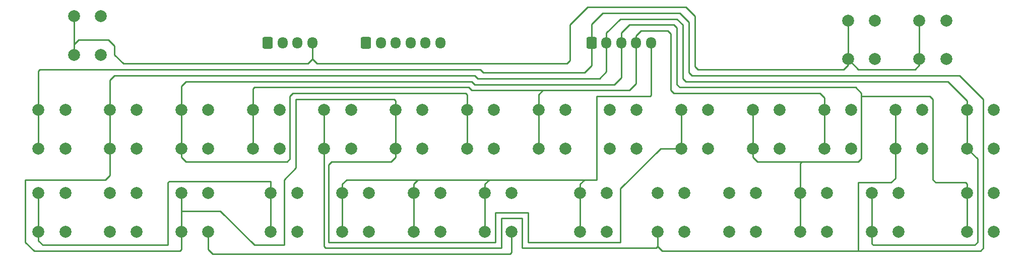
<source format=gbr>
%TF.GenerationSoftware,KiCad,Pcbnew,(6.0.8)*%
%TF.CreationDate,2022-12-29T22:24:49+02:00*%
%TF.ProjectId,mahjong_control_panel_small_with_service,6d61686a-6f6e-4675-9f63-6f6e74726f6c,rev?*%
%TF.SameCoordinates,Original*%
%TF.FileFunction,Copper,L2,Bot*%
%TF.FilePolarity,Positive*%
%FSLAX46Y46*%
G04 Gerber Fmt 4.6, Leading zero omitted, Abs format (unit mm)*
G04 Created by KiCad (PCBNEW (6.0.8)) date 2022-12-29 22:24:49*
%MOMM*%
%LPD*%
G01*
G04 APERTURE LIST*
G04 Aperture macros list*
%AMRoundRect*
0 Rectangle with rounded corners*
0 $1 Rounding radius*
0 $2 $3 $4 $5 $6 $7 $8 $9 X,Y pos of 4 corners*
0 Add a 4 corners polygon primitive as box body*
4,1,4,$2,$3,$4,$5,$6,$7,$8,$9,$2,$3,0*
0 Add four circle primitives for the rounded corners*
1,1,$1+$1,$2,$3*
1,1,$1+$1,$4,$5*
1,1,$1+$1,$6,$7*
1,1,$1+$1,$8,$9*
0 Add four rect primitives between the rounded corners*
20,1,$1+$1,$2,$3,$4,$5,0*
20,1,$1+$1,$4,$5,$6,$7,0*
20,1,$1+$1,$6,$7,$8,$9,0*
20,1,$1+$1,$8,$9,$2,$3,0*%
G04 Aperture macros list end*
%TA.AperFunction,ComponentPad*%
%ADD10C,2.000000*%
%TD*%
%TA.AperFunction,ComponentPad*%
%ADD11RoundRect,0.250000X-0.600000X-0.725000X0.600000X-0.725000X0.600000X0.725000X-0.600000X0.725000X0*%
%TD*%
%TA.AperFunction,ComponentPad*%
%ADD12O,1.700000X1.950000*%
%TD*%
%TA.AperFunction,Conductor*%
%ADD13C,0.250000*%
%TD*%
G04 APERTURE END LIST*
D10*
%TO.P,LAST,1,C*%
%TO.N,COM4-7*%
X118750000Y-63250000D03*
X118750000Y-56750000D03*
%TO.P,LAST,2,D*%
%TO.N,KEY0-4*%
X123250000Y-56750000D03*
X123250000Y-63250000D03*
%TD*%
%TO.P,G,1,C*%
%TO.N,COM2-6*%
X99750000Y-42750000D03*
X99750000Y-49250000D03*
%TO.P,G,2,D*%
%TO.N,KEY1-5*%
X104250000Y-42750000D03*
X104250000Y-49250000D03*
%TD*%
%TO.P,WUP,1,C*%
%TO.N,COM4-7*%
X78750000Y-63250000D03*
X78750000Y-56750000D03*
%TO.P,WUP,2,D*%
%TO.N,KEY2-8*%
X83250000Y-56750000D03*
X83250000Y-63250000D03*
%TD*%
%TO.P,RON,1,C*%
%TO.N,COM2-6*%
X183750000Y-63250000D03*
X183750000Y-56750000D03*
%TO.P,RON,2,D*%
%TO.N,KEY4-11*%
X188250000Y-56750000D03*
X188250000Y-63250000D03*
%TD*%
%TO.P,A,1,C*%
%TO.N,COM0-3*%
X27750000Y-49250000D03*
X27750000Y-42750000D03*
%TO.P,A,2,D*%
%TO.N,KEY0-4*%
X32250000Y-49250000D03*
X32250000Y-42750000D03*
%TD*%
%TO.P,BIG,1,C*%
%TO.N,COM4-7*%
X90750000Y-56750000D03*
X90750000Y-63250000D03*
%TO.P,BIG,2,D*%
%TO.N,KEY4-11*%
X95250000Y-63250000D03*
X95250000Y-56750000D03*
%TD*%
%TO.P,H,1,C*%
%TO.N,COM3-10*%
X111750000Y-49250000D03*
X111750000Y-42750000D03*
%TO.P,H,2,D*%
%TO.N,KEY1-5*%
X116250000Y-42750000D03*
X116250000Y-49250000D03*
%TD*%
%TO.P,F.F.,1,C*%
%TO.N,COM4-7*%
X27750000Y-56750000D03*
X27750000Y-63250000D03*
%TO.P,F.F.,2,D*%
%TO.N,KEY3-9*%
X32250000Y-56750000D03*
X32250000Y-63250000D03*
%TD*%
D11*
%TO.P,J_3,1,Pin_1*%
%TO.N,Coin*%
X66250000Y-31475000D03*
D12*
%TO.P,J_3,2,Pin_2*%
%TO.N,Test*%
X68750000Y-31475000D03*
%TO.P,J_3,3,Pin_3*%
%TO.N,Service*%
X71250000Y-31475000D03*
%TO.P,J_3,4,Pin_4*%
%TO.N,GND*%
X73750000Y-31475000D03*
%TD*%
D10*
%TO.P,M,1,C*%
%TO.N,COM0-3*%
X171750000Y-42750000D03*
X171750000Y-49250000D03*
%TO.P,M,2,D*%
%TO.N,KEY3-9*%
X176250000Y-42750000D03*
X176250000Y-49250000D03*
%TD*%
%TO.P,TEST,1,C*%
%TO.N,GND*%
X163750000Y-34250000D03*
X163750000Y-27750000D03*
%TO.P,TEST,2,D*%
%TO.N,Test*%
X168250000Y-27750000D03*
X168250000Y-34250000D03*
%TD*%
%TO.P,SERVICE,1,C*%
%TO.N,GND*%
X175750000Y-34250000D03*
X175750000Y-27750000D03*
%TO.P,SERVICE,2,D*%
%TO.N,Service*%
X180250000Y-27750000D03*
X180250000Y-34250000D03*
%TD*%
%TO.P,CHI,1,C*%
%TO.N,COM2-6*%
X155750000Y-63250000D03*
X155750000Y-56750000D03*
%TO.P,CHI,2,D*%
%TO.N,KEY3-9*%
X160250000Y-63250000D03*
X160250000Y-56750000D03*
%TD*%
%TO.P,D,1,C*%
%TO.N,COM3-10*%
X63750000Y-49250000D03*
X63750000Y-42750000D03*
%TO.P,D,2,D*%
%TO.N,KEY0-4*%
X68250000Y-49250000D03*
X68250000Y-42750000D03*
%TD*%
%TO.P,K,1,C*%
%TO.N,COM2-6*%
X147750000Y-49250000D03*
X147750000Y-42750000D03*
%TO.P,K,2,D*%
%TO.N,KEY2-8*%
X152250000Y-49250000D03*
X152250000Y-42750000D03*
%TD*%
%TO.P,B,1,C*%
%TO.N,COM1-2*%
X39750000Y-49250000D03*
X39750000Y-42750000D03*
%TO.P,B,2,D*%
%TO.N,KEY0-4*%
X44250000Y-49250000D03*
X44250000Y-42750000D03*
%TD*%
%TO.P,N,1,C*%
%TO.N,COM1-2*%
X183750000Y-42750000D03*
X183750000Y-49250000D03*
%TO.P,N,2,D*%
%TO.N,KEY3-9*%
X188250000Y-42750000D03*
X188250000Y-49250000D03*
%TD*%
%TO.P,SMALL,1,C*%
%TO.N,COM4-7*%
X102750000Y-56750000D03*
X102750000Y-63250000D03*
%TO.P,SMALL,2,D*%
%TO.N,KEY5-1*%
X107250000Y-56750000D03*
X107250000Y-63250000D03*
%TD*%
%TO.P,START,1,C*%
%TO.N,COM0-3*%
X39750000Y-56750000D03*
X39750000Y-63250000D03*
%TO.P,START,2,D*%
%TO.N,KEY5-1*%
X44250000Y-63250000D03*
X44250000Y-56750000D03*
%TD*%
%TO.P,PON,1,C*%
%TO.N,COM3-10*%
X143750000Y-63250000D03*
X143750000Y-56750000D03*
%TO.P,PON,2,D*%
%TO.N,KEY3-9*%
X148250000Y-63250000D03*
X148250000Y-56750000D03*
%TD*%
D11*
%TO.P,KEY,1,Pin_1*%
%TO.N,KEY0-4*%
X82750000Y-31475000D03*
D12*
%TO.P,KEY,2,Pin_2*%
%TO.N,KEY1-5*%
X85250000Y-31475000D03*
%TO.P,KEY,3,Pin_3*%
%TO.N,KEY2-8*%
X87750000Y-31475000D03*
%TO.P,KEY,4,Pin_4*%
%TO.N,KEY3-9*%
X90250000Y-31475000D03*
%TO.P,KEY,5,Pin_5*%
%TO.N,KEY4-11*%
X92750000Y-31475000D03*
%TO.P,KEY,6,Pin_6*%
%TO.N,KEY5-1*%
X95250000Y-31475000D03*
%TD*%
D10*
%TO.P,TAKE,1,C*%
%TO.N,COM4-7*%
X66750000Y-63250000D03*
X66750000Y-56750000D03*
%TO.P,TAKE,2,D*%
%TO.N,KEY1-5*%
X71250000Y-63250000D03*
X71250000Y-56750000D03*
%TD*%
%TO.P,I,1,C*%
%TO.N,COM0-3*%
X123750000Y-42750000D03*
X123750000Y-49250000D03*
%TO.P,I,2,D*%
%TO.N,KEY2-8*%
X128250000Y-49250000D03*
X128250000Y-42750000D03*
%TD*%
%TO.P,COIN,1,C*%
%TO.N,GND*%
X33750000Y-33500000D03*
X33750000Y-27000000D03*
%TO.P,COIN,2,D*%
%TO.N,Coin*%
X38250000Y-27000000D03*
X38250000Y-33500000D03*
%TD*%
D11*
%TO.P,COM,1,Pin_1*%
%TO.N,COM0-3*%
X120650000Y-31500000D03*
D12*
%TO.P,COM,2,Pin_2*%
%TO.N,COM1-2*%
X123150000Y-31500000D03*
%TO.P,COM,3,Pin_3*%
%TO.N,COM2-6*%
X125650000Y-31500000D03*
%TO.P,COM,4,Pin_4*%
%TO.N,COM3-10*%
X128150000Y-31500000D03*
%TO.P,COM,5,Pin_5*%
%TO.N,COM4-7*%
X130650000Y-31500000D03*
%TD*%
D10*
%TO.P,BET,1,C*%
%TO.N,COM1-2*%
X51750000Y-63250000D03*
X51750000Y-56750000D03*
%TO.P,BET,2,D*%
%TO.N,KEY5-1*%
X56250000Y-63250000D03*
X56250000Y-56750000D03*
%TD*%
%TO.P,C,1,C*%
%TO.N,COM2-6*%
X51750000Y-42750000D03*
X51750000Y-49250000D03*
%TO.P,C,2,D*%
%TO.N,KEY0-4*%
X56250000Y-42750000D03*
X56250000Y-49250000D03*
%TD*%
%TO.P,F,1,C*%
%TO.N,COM1-2*%
X87750000Y-49250000D03*
X87750000Y-42750000D03*
%TO.P,F,2,D*%
%TO.N,KEY1-5*%
X92250000Y-49250000D03*
X92250000Y-42750000D03*
%TD*%
%TO.P,E,1,C*%
%TO.N,COM0-3*%
X75750000Y-42750000D03*
X75750000Y-49250000D03*
%TO.P,E,2,D*%
%TO.N,KEY1-5*%
X80250000Y-42750000D03*
X80250000Y-49250000D03*
%TD*%
%TO.P,J,1,C*%
%TO.N,COM1-2*%
X135750000Y-42750000D03*
X135750000Y-49250000D03*
%TO.P,J,2,D*%
%TO.N,KEY2-8*%
X140250000Y-42750000D03*
X140250000Y-49250000D03*
%TD*%
%TO.P,KAN,1,C*%
%TO.N,COM0-3*%
X131750000Y-56750000D03*
X131750000Y-63250000D03*
%TO.P,KAN,2,D*%
%TO.N,KEY4-11*%
X136250000Y-63250000D03*
X136250000Y-56750000D03*
%TD*%
%TO.P,RIICHI,1,C*%
%TO.N,COM1-2*%
X167750000Y-63250000D03*
X167750000Y-56750000D03*
%TO.P,RIICHI,2,D*%
%TO.N,KEY4-11*%
X172250000Y-63250000D03*
X172250000Y-56750000D03*
%TD*%
%TO.P,L,1,C*%
%TO.N,COM3-10*%
X159750000Y-42750000D03*
X159750000Y-49250000D03*
%TO.P,L,2,D*%
%TO.N,KEY2-8*%
X164250000Y-42750000D03*
X164250000Y-49250000D03*
%TD*%
D13*
%TO.N,GND*%
X73000000Y-35000000D02*
X42000000Y-35000000D01*
X138000000Y-27000000D02*
X138000000Y-35500000D01*
X163750000Y-34250000D02*
X165500000Y-36000000D01*
X73750000Y-33750000D02*
X73750000Y-34250000D01*
X175750000Y-35250000D02*
X175750000Y-34250000D01*
X163750000Y-34250000D02*
X163750000Y-27750000D01*
X175750000Y-34250000D02*
X175750000Y-27750000D01*
X165500000Y-36000000D02*
X175000000Y-36000000D01*
X175000000Y-36000000D02*
X175750000Y-35250000D01*
X116500000Y-35000000D02*
X117000000Y-34500000D01*
X163750000Y-35250000D02*
X163750000Y-34250000D01*
X138000000Y-35500000D02*
X138500000Y-36000000D01*
X39500000Y-31000000D02*
X34500000Y-31000000D01*
X73750000Y-31475000D02*
X73750000Y-33750000D01*
X120000000Y-25500000D02*
X136500000Y-25500000D01*
X33750000Y-31750000D02*
X33750000Y-33500000D01*
X138500000Y-36000000D02*
X163000000Y-36000000D01*
X40500000Y-33500000D02*
X40500000Y-32000000D01*
X73750000Y-34250000D02*
X74500000Y-35000000D01*
X74500000Y-35000000D02*
X116500000Y-35000000D01*
X136500000Y-25500000D02*
X138000000Y-27000000D01*
X40500000Y-32000000D02*
X39500000Y-31000000D01*
X34500000Y-31000000D02*
X33750000Y-31750000D01*
X117000000Y-34500000D02*
X117000000Y-28500000D01*
X42000000Y-35000000D02*
X40500000Y-33500000D01*
X73750000Y-34250000D02*
X73000000Y-35000000D01*
X163000000Y-36000000D02*
X163750000Y-35250000D01*
X33750000Y-33500000D02*
X33750000Y-27000000D01*
X117000000Y-28500000D02*
X120000000Y-25500000D01*
%TO.N,KEY5-1*%
X107000000Y-67000000D02*
X57000000Y-67000000D01*
X57000000Y-67000000D02*
X56250000Y-66250000D01*
X56250000Y-66250000D02*
X56250000Y-63250000D01*
X107250000Y-63250000D02*
X107250000Y-66750000D01*
X107250000Y-66750000D02*
X107000000Y-67000000D01*
%TO.N,COM4-7*%
X66750000Y-63250000D02*
X66750000Y-56750000D01*
X66750000Y-56750000D02*
X66750000Y-54750000D01*
X90750000Y-63250000D02*
X90750000Y-56750000D01*
X118750000Y-56750000D02*
X118750000Y-55250000D01*
X102750000Y-55250000D02*
X103500000Y-54500000D01*
X78750000Y-55250000D02*
X79500000Y-54500000D01*
X49750000Y-54750000D02*
X49500000Y-55000000D01*
X118750000Y-55250000D02*
X119500000Y-54500000D01*
X27750000Y-64750000D02*
X27750000Y-63250000D01*
X121500000Y-54500000D02*
X119500000Y-54500000D01*
X130650000Y-40350000D02*
X130500000Y-40500000D01*
X90750000Y-55250000D02*
X91500000Y-54500000D01*
X90750000Y-56750000D02*
X90750000Y-55250000D01*
X28500000Y-65500000D02*
X27750000Y-64750000D01*
X121500000Y-40500000D02*
X121500000Y-54500000D01*
X78750000Y-56750000D02*
X78750000Y-55250000D01*
X66750000Y-54750000D02*
X49750000Y-54750000D01*
X91500000Y-54500000D02*
X79500000Y-54500000D01*
X103500000Y-54500000D02*
X91500000Y-54500000D01*
X102750000Y-56750000D02*
X102750000Y-55250000D01*
X118750000Y-63250000D02*
X118750000Y-56750000D01*
X49500000Y-55000000D02*
X49500000Y-65500000D01*
X130500000Y-40500000D02*
X121500000Y-40500000D01*
X130650000Y-31500000D02*
X130650000Y-40350000D01*
X78750000Y-63250000D02*
X78750000Y-56750000D01*
X119500000Y-54500000D02*
X103500000Y-54500000D01*
X102750000Y-63250000D02*
X102750000Y-56750000D01*
X49500000Y-65500000D02*
X28500000Y-65500000D01*
X27750000Y-63250000D02*
X27750000Y-56750000D01*
%TO.N,COM3-10*%
X159750000Y-49250000D02*
X159750000Y-42750000D01*
X100000000Y-39000000D02*
X100500000Y-39500000D01*
X111750000Y-49250000D02*
X111750000Y-42750000D01*
X129000000Y-29500000D02*
X128150000Y-30350000D01*
X112500000Y-39500000D02*
X127000000Y-39500000D01*
X63750000Y-39250000D02*
X64000000Y-39000000D01*
X127000000Y-39500000D02*
X128150000Y-38350000D01*
X63750000Y-42750000D02*
X63750000Y-39250000D01*
X100500000Y-39500000D02*
X112500000Y-39500000D01*
X111750000Y-42750000D02*
X111750000Y-40250000D01*
X159750000Y-42750000D02*
X159750000Y-40750000D01*
X63750000Y-42750000D02*
X63750000Y-49250000D01*
X133500000Y-29500000D02*
X129000000Y-29500000D01*
X111750000Y-40250000D02*
X112500000Y-39500000D01*
X159000000Y-40000000D02*
X134500000Y-40000000D01*
X134500000Y-40000000D02*
X134000000Y-39500000D01*
X134000000Y-39500000D02*
X134000000Y-30000000D01*
X64000000Y-39000000D02*
X100000000Y-39000000D01*
X128150000Y-38350000D02*
X128150000Y-31500000D01*
X134000000Y-30000000D02*
X133500000Y-29500000D01*
X128150000Y-30350000D02*
X128150000Y-31500000D01*
X159750000Y-40750000D02*
X159000000Y-40000000D01*
%TO.N,COM2-6*%
X165000000Y-39000000D02*
X135500000Y-39000000D01*
X135500000Y-39000000D02*
X135000000Y-38500000D01*
X147750000Y-42750000D02*
X147750000Y-49250000D01*
X51750000Y-38750000D02*
X52500000Y-38000000D01*
X166000000Y-51000000D02*
X166000000Y-40500000D01*
X124500000Y-38500000D02*
X125650000Y-37350000D01*
X125650000Y-37350000D02*
X125650000Y-31500000D01*
X155750000Y-63250000D02*
X155750000Y-56750000D01*
X147750000Y-50750000D02*
X148500000Y-51500000D01*
X178000000Y-54500000D02*
X178000000Y-41000000D01*
X177500000Y-40500000D02*
X166000000Y-40500000D01*
X99750000Y-40250000D02*
X99500000Y-40000000D01*
X99750000Y-49250000D02*
X99750000Y-42750000D01*
X166000000Y-40500000D02*
X166000000Y-40000000D01*
X70000000Y-40500000D02*
X70000000Y-51000000D01*
X69500000Y-51500000D02*
X52500000Y-51500000D01*
X99500000Y-40000000D02*
X70500000Y-40000000D01*
X147750000Y-49250000D02*
X147750000Y-50750000D01*
X183750000Y-55250000D02*
X183500000Y-55000000D01*
X148500000Y-51500000D02*
X156000000Y-51500000D01*
X178000000Y-41000000D02*
X177500000Y-40500000D01*
X135000000Y-38500000D02*
X135000000Y-29000000D01*
X51750000Y-50750000D02*
X51750000Y-49250000D01*
X70000000Y-51000000D02*
X69500000Y-51500000D01*
X155750000Y-51750000D02*
X156000000Y-51500000D01*
X99750000Y-42750000D02*
X99750000Y-40250000D01*
X51750000Y-42750000D02*
X51750000Y-38750000D01*
X156000000Y-51500000D02*
X165500000Y-51500000D01*
X51750000Y-49250000D02*
X51750000Y-42750000D01*
X70500000Y-40000000D02*
X70000000Y-40500000D01*
X134500000Y-28500000D02*
X127000000Y-28500000D01*
X166000000Y-40000000D02*
X165000000Y-39000000D01*
X183750000Y-63250000D02*
X183750000Y-56750000D01*
X183500000Y-55000000D02*
X178500000Y-55000000D01*
X101000000Y-38500000D02*
X124500000Y-38500000D01*
X125650000Y-29850000D02*
X125650000Y-31500000D01*
X178500000Y-55000000D02*
X178000000Y-54500000D01*
X155750000Y-56750000D02*
X155750000Y-51750000D01*
X165500000Y-51500000D02*
X166000000Y-51000000D01*
X52500000Y-51500000D02*
X51750000Y-50750000D01*
X127000000Y-28500000D02*
X125650000Y-29850000D01*
X135000000Y-29000000D02*
X134500000Y-28500000D01*
X52500000Y-38000000D02*
X100500000Y-38000000D01*
X100500000Y-38000000D02*
X101000000Y-38500000D01*
X183750000Y-56750000D02*
X183750000Y-55250000D01*
%TO.N,COM1-2*%
X123150000Y-36350000D02*
X123150000Y-31500000D01*
X125500000Y-65000000D02*
X110000000Y-65000000D01*
X185500000Y-51000000D02*
X183750000Y-49250000D01*
X25500000Y-65000000D02*
X25500000Y-54500000D01*
X183750000Y-49250000D02*
X183750000Y-42750000D01*
X135750000Y-42750000D02*
X135750000Y-49250000D01*
X104500000Y-65000000D02*
X76500000Y-65000000D01*
X87750000Y-49250000D02*
X87750000Y-42750000D01*
X27000000Y-66500000D02*
X25500000Y-65000000D01*
X101000000Y-37000000D02*
X101500000Y-37500000D01*
X58250000Y-59750000D02*
X51750000Y-59750000D01*
X39750000Y-37750000D02*
X40500000Y-37000000D01*
X183750000Y-42750000D02*
X183750000Y-41250000D01*
X104500000Y-60000000D02*
X104500000Y-65000000D01*
X136500000Y-38000000D02*
X136000000Y-37500000D01*
X136000000Y-28500000D02*
X135000000Y-27500000D01*
X64000000Y-65500000D02*
X58250000Y-59750000D01*
X39750000Y-42750000D02*
X39750000Y-37750000D01*
X87750000Y-50750000D02*
X87750000Y-49250000D01*
X39750000Y-53750000D02*
X39750000Y-49250000D01*
X167750000Y-63250000D02*
X167750000Y-65250000D01*
X69000000Y-54500000D02*
X69000000Y-65500000D01*
X110000000Y-65000000D02*
X110000000Y-60000000D01*
X167750000Y-56750000D02*
X167750000Y-63250000D01*
X51750000Y-66250000D02*
X51500000Y-66500000D01*
X39750000Y-49250000D02*
X39750000Y-42750000D01*
X40500000Y-37000000D02*
X101000000Y-37000000D01*
X71000000Y-52500000D02*
X69000000Y-54500000D01*
X87750000Y-42750000D02*
X87750000Y-41250000D01*
X123150000Y-29850000D02*
X123150000Y-31500000D01*
X87000000Y-51500000D02*
X87750000Y-50750000D01*
X185000000Y-65500000D02*
X185500000Y-65000000D01*
X185500000Y-65000000D02*
X185500000Y-51000000D01*
X183750000Y-41250000D02*
X180500000Y-38000000D01*
X77000000Y-51500000D02*
X87000000Y-51500000D01*
X69000000Y-65500000D02*
X64000000Y-65500000D01*
X125500000Y-27500000D02*
X123150000Y-29850000D01*
X87500000Y-41000000D02*
X71000000Y-41000000D01*
X71000000Y-41000000D02*
X71000000Y-52500000D01*
X180500000Y-38000000D02*
X136500000Y-38000000D01*
X168000000Y-65500000D02*
X185000000Y-65500000D01*
X76500000Y-65000000D02*
X76500000Y-52000000D01*
X135000000Y-27500000D02*
X125500000Y-27500000D01*
X51750000Y-63250000D02*
X51750000Y-66250000D01*
X110000000Y-60000000D02*
X104500000Y-60000000D01*
X136000000Y-37500000D02*
X136000000Y-28500000D01*
X39000000Y-54500000D02*
X39750000Y-53750000D01*
X51750000Y-56750000D02*
X51750000Y-59750000D01*
X135750000Y-49250000D02*
X132250000Y-49250000D01*
X132250000Y-49250000D02*
X125500000Y-56000000D01*
X76500000Y-52000000D02*
X77000000Y-51500000D01*
X51750000Y-59750000D02*
X51750000Y-63250000D01*
X122000000Y-37500000D02*
X123150000Y-36350000D01*
X167750000Y-65250000D02*
X168000000Y-65500000D01*
X25500000Y-54500000D02*
X39000000Y-54500000D01*
X125500000Y-56000000D02*
X125500000Y-65000000D01*
X51500000Y-66500000D02*
X27000000Y-66500000D01*
X87750000Y-41250000D02*
X87500000Y-41000000D01*
X101500000Y-37500000D02*
X122000000Y-37500000D01*
%TO.N,COM0-3*%
X75750000Y-49250000D02*
X75750000Y-65750000D01*
X27750000Y-42750000D02*
X27750000Y-36250000D01*
X186000000Y-66500000D02*
X186500000Y-66000000D01*
X109000000Y-61000000D02*
X109000000Y-66000000D01*
X105500000Y-66000000D02*
X105500000Y-61000000D01*
X131500000Y-66000000D02*
X131750000Y-65750000D01*
X131750000Y-63250000D02*
X131750000Y-65750000D01*
X27750000Y-36250000D02*
X28000000Y-36000000D01*
X120650000Y-28350000D02*
X120650000Y-31500000D01*
X109000000Y-66000000D02*
X131500000Y-66000000D01*
X186500000Y-66000000D02*
X186500000Y-41000000D01*
X135500000Y-26500000D02*
X122500000Y-26500000D01*
X186500000Y-41000000D02*
X182500000Y-37000000D01*
X171750000Y-54250000D02*
X171000000Y-55000000D01*
X122500000Y-26500000D02*
X120650000Y-28350000D01*
X102500000Y-36500000D02*
X119500000Y-36500000D01*
X76000000Y-66000000D02*
X105500000Y-66000000D01*
X182500000Y-37000000D02*
X137500000Y-37000000D01*
X75750000Y-65750000D02*
X76000000Y-66000000D01*
X171000000Y-55000000D02*
X165500000Y-55000000D01*
X75750000Y-42750000D02*
X75750000Y-49250000D01*
X28000000Y-36000000D02*
X102000000Y-36000000D01*
X120650000Y-35350000D02*
X120650000Y-31500000D01*
X27750000Y-49250000D02*
X27750000Y-42750000D01*
X137000000Y-36500000D02*
X137000000Y-28000000D01*
X171750000Y-42750000D02*
X171750000Y-49250000D01*
X171750000Y-49250000D02*
X171750000Y-54250000D01*
X165500000Y-55000000D02*
X165500000Y-66500000D01*
X137500000Y-37000000D02*
X137000000Y-36500000D01*
X102000000Y-36000000D02*
X102500000Y-36500000D01*
X119500000Y-36500000D02*
X120650000Y-35350000D01*
X132500000Y-66500000D02*
X165500000Y-66500000D01*
X165500000Y-66500000D02*
X186000000Y-66500000D01*
X105500000Y-61000000D02*
X109000000Y-61000000D01*
X137000000Y-28000000D02*
X135500000Y-26500000D01*
X131750000Y-65750000D02*
X132500000Y-66500000D01*
%TD*%
M02*

</source>
